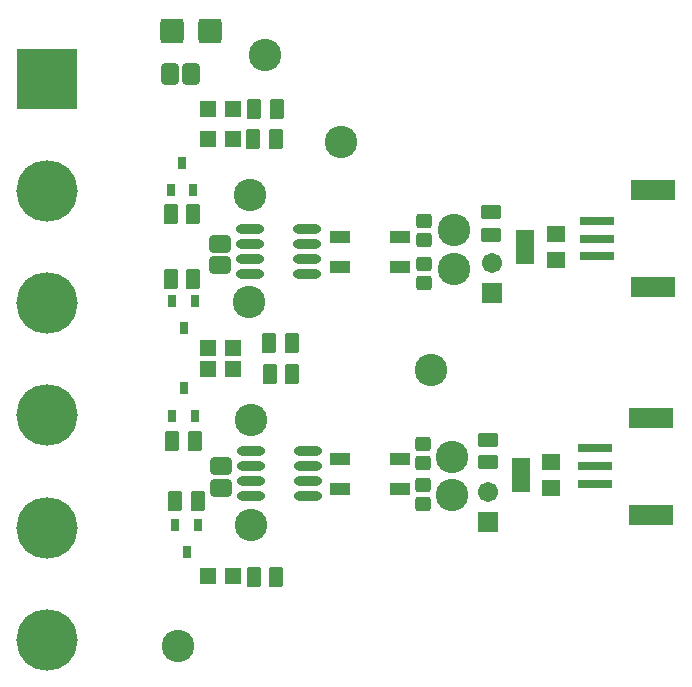
<source format=gts>
G04*
G04 #@! TF.GenerationSoftware,Altium Limited,Altium Designer,19.1.7 (138)*
G04*
G04 Layer_Color=8388736*
%FSAX25Y25*%
%MOIN*%
G70*
G01*
G75*
%ADD14R,0.14961X0.07087*%
%ADD15R,0.11417X0.03150*%
%ADD28R,0.06706X0.04147*%
G04:AMPARAMS|DCode=29|XSize=82.8mil|YSize=76.9mil|CornerRadius=10.89mil|HoleSize=0mil|Usage=FLASHONLY|Rotation=270.000|XOffset=0mil|YOffset=0mil|HoleType=Round|Shape=RoundedRectangle|*
%AMROUNDEDRECTD29*
21,1,0.08280,0.05512,0,0,270.0*
21,1,0.06102,0.07690,0,0,270.0*
1,1,0.02178,-0.02756,-0.03051*
1,1,0.02178,-0.02756,0.03051*
1,1,0.02178,0.02756,0.03051*
1,1,0.02178,0.02756,-0.03051*
%
%ADD29ROUNDEDRECTD29*%
G04:AMPARAMS|DCode=30|XSize=51.31mil|YSize=47.37mil|CornerRadius=7.94mil|HoleSize=0mil|Usage=FLASHONLY|Rotation=180.000|XOffset=0mil|YOffset=0mil|HoleType=Round|Shape=RoundedRectangle|*
%AMROUNDEDRECTD30*
21,1,0.05131,0.03150,0,0,180.0*
21,1,0.03543,0.04737,0,0,180.0*
1,1,0.01587,-0.01772,0.01575*
1,1,0.01587,0.01772,0.01575*
1,1,0.01587,0.01772,-0.01575*
1,1,0.01587,-0.01772,-0.01575*
%
%ADD30ROUNDEDRECTD30*%
%ADD31R,0.06312X0.05524*%
%ADD32R,0.06312X0.11824*%
G04:AMPARAMS|DCode=33|XSize=49.34mil|YSize=67.06mil|CornerRadius=8.13mil|HoleSize=0mil|Usage=FLASHONLY|Rotation=90.000|XOffset=0mil|YOffset=0mil|HoleType=Round|Shape=RoundedRectangle|*
%AMROUNDEDRECTD33*
21,1,0.04934,0.05079,0,0,90.0*
21,1,0.03307,0.06706,0,0,90.0*
1,1,0.01627,0.02539,0.01654*
1,1,0.01627,0.02539,-0.01654*
1,1,0.01627,-0.02539,-0.01654*
1,1,0.01627,-0.02539,0.01654*
%
%ADD33ROUNDEDRECTD33*%
G04:AMPARAMS|DCode=34|XSize=49.34mil|YSize=67.06mil|CornerRadius=8.13mil|HoleSize=0mil|Usage=FLASHONLY|Rotation=0.000|XOffset=0mil|YOffset=0mil|HoleType=Round|Shape=RoundedRectangle|*
%AMROUNDEDRECTD34*
21,1,0.04934,0.05079,0,0,0.0*
21,1,0.03307,0.06706,0,0,0.0*
1,1,0.01627,0.01654,-0.02539*
1,1,0.01627,-0.01654,-0.02539*
1,1,0.01627,-0.01654,0.02539*
1,1,0.01627,0.01654,0.02539*
%
%ADD34ROUNDEDRECTD34*%
%ADD35R,0.05524X0.05524*%
G04:AMPARAMS|DCode=36|XSize=57.21mil|YSize=70.99mil|CornerRadius=8.92mil|HoleSize=0mil|Usage=FLASHONLY|Rotation=270.000|XOffset=0mil|YOffset=0mil|HoleType=Round|Shape=RoundedRectangle|*
%AMROUNDEDRECTD36*
21,1,0.05721,0.05315,0,0,270.0*
21,1,0.03937,0.07099,0,0,270.0*
1,1,0.01784,-0.02657,-0.01968*
1,1,0.01784,-0.02657,0.01968*
1,1,0.01784,0.02657,0.01968*
1,1,0.01784,0.02657,-0.01968*
%
%ADD36ROUNDEDRECTD36*%
%ADD37O,0.09461X0.03162*%
%ADD38R,0.03162X0.04343*%
G04:AMPARAMS|DCode=39|XSize=57.21mil|YSize=70.99mil|CornerRadius=8.92mil|HoleSize=0mil|Usage=FLASHONLY|Rotation=180.000|XOffset=0mil|YOffset=0mil|HoleType=Round|Shape=RoundedRectangle|*
%AMROUNDEDRECTD39*
21,1,0.05721,0.05315,0,0,180.0*
21,1,0.03937,0.07099,0,0,180.0*
1,1,0.01784,-0.01968,0.02657*
1,1,0.01784,0.01968,0.02657*
1,1,0.01784,0.01968,-0.02657*
1,1,0.01784,-0.01968,-0.02657*
%
%ADD39ROUNDEDRECTD39*%
%ADD40C,0.20485*%
%ADD41R,0.20485X0.20485*%
%ADD42C,0.10800*%
%ADD43C,0.06706*%
%ADD44R,0.06706X0.06706*%
D14*
X0250704Y0077164D02*
D03*
Y0109447D02*
D03*
X0251504Y0153058D02*
D03*
Y0185342D02*
D03*
D15*
X0232200Y0099211D02*
D03*
Y0093305D02*
D03*
Y0087400D02*
D03*
X0233000Y0175106D02*
D03*
Y0169200D02*
D03*
Y0163294D02*
D03*
D28*
X0147061Y0169660D02*
D03*
X0167139D02*
D03*
Y0159817D02*
D03*
X0147061D02*
D03*
Y0095660D02*
D03*
X0167139D02*
D03*
Y0085817D02*
D03*
X0147061D02*
D03*
D29*
X0103879Y0238289D02*
D03*
X0091280D02*
D03*
D30*
X0175000Y0086950D02*
D03*
Y0094250D02*
D03*
X0175200Y0160750D02*
D03*
Y0168650D02*
D03*
X0175000Y0080650D02*
D03*
Y0100550D02*
D03*
X0175200Y0174950D02*
D03*
Y0154450D02*
D03*
D31*
X0217618Y0086108D02*
D03*
Y0094769D02*
D03*
X0219118Y0161929D02*
D03*
Y0170590D02*
D03*
D32*
X0207382Y0090439D02*
D03*
X0208882Y0166260D02*
D03*
D33*
X0196400Y0094640D02*
D03*
X0197400Y0170440D02*
D03*
X0196400Y0102160D02*
D03*
X0197400Y0177960D02*
D03*
D34*
X0125939Y0056489D02*
D03*
X0118420D02*
D03*
X0131260Y0124039D02*
D03*
X0123740D02*
D03*
X0126114Y0212389D02*
D03*
X0118595D02*
D03*
X0131060Y0134439D02*
D03*
X0123540D02*
D03*
X0125874Y0202389D02*
D03*
X0118354D02*
D03*
X0092340Y0081739D02*
D03*
X0099860D02*
D03*
X0098860Y0101739D02*
D03*
X0091340D02*
D03*
X0090840Y0155739D02*
D03*
X0098360D02*
D03*
Y0177239D02*
D03*
X0090840D02*
D03*
D35*
X0103354Y0056589D02*
D03*
X0111622D02*
D03*
X0103354Y0212389D02*
D03*
X0111622D02*
D03*
X0103354Y0202389D02*
D03*
X0111622D02*
D03*
X0103354Y0125539D02*
D03*
X0111622D02*
D03*
X0103354Y0132539D02*
D03*
X0111622D02*
D03*
D36*
X0107600Y0093239D02*
D03*
Y0086191D02*
D03*
X0107100Y0167262D02*
D03*
Y0160215D02*
D03*
D37*
X0117651Y0098239D02*
D03*
Y0093239D02*
D03*
Y0088239D02*
D03*
Y0083239D02*
D03*
X0136549Y0098239D02*
D03*
Y0093239D02*
D03*
Y0088239D02*
D03*
Y0083239D02*
D03*
X0117151Y0172239D02*
D03*
Y0167239D02*
D03*
Y0162239D02*
D03*
Y0157239D02*
D03*
X0136049Y0172239D02*
D03*
Y0167239D02*
D03*
Y0162239D02*
D03*
Y0157239D02*
D03*
D38*
X0091360Y0110184D02*
D03*
X0098840D02*
D03*
X0095100Y0119239D02*
D03*
X0099840Y0073766D02*
D03*
X0092360D02*
D03*
X0096100Y0064711D02*
D03*
X0098840Y0148266D02*
D03*
X0091360D02*
D03*
X0095100Y0139211D02*
D03*
X0090860Y0185211D02*
D03*
X0098340D02*
D03*
X0094600Y0194266D02*
D03*
D39*
X0090600Y0224039D02*
D03*
X0097647D02*
D03*
D40*
X0049600Y0035400D02*
D03*
Y0072802D02*
D03*
Y0110203D02*
D03*
Y0147605D02*
D03*
Y0185006D02*
D03*
D41*
Y0222408D02*
D03*
D42*
X0147600Y0201400D02*
D03*
X0177600Y0125400D02*
D03*
X0184600Y0083739D02*
D03*
X0185200Y0158900D02*
D03*
X0122179Y0230289D02*
D03*
X0185100Y0171939D02*
D03*
X0184600Y0096239D02*
D03*
X0117600Y0073739D02*
D03*
X0117500Y0108839D02*
D03*
X0117300Y0183639D02*
D03*
X0116979Y0148089D02*
D03*
X0093100Y0033239D02*
D03*
D43*
X0196600Y0084800D02*
D03*
X0197800Y0161200D02*
D03*
D44*
X0196600Y0074800D02*
D03*
X0197800Y0151200D02*
D03*
M02*

</source>
